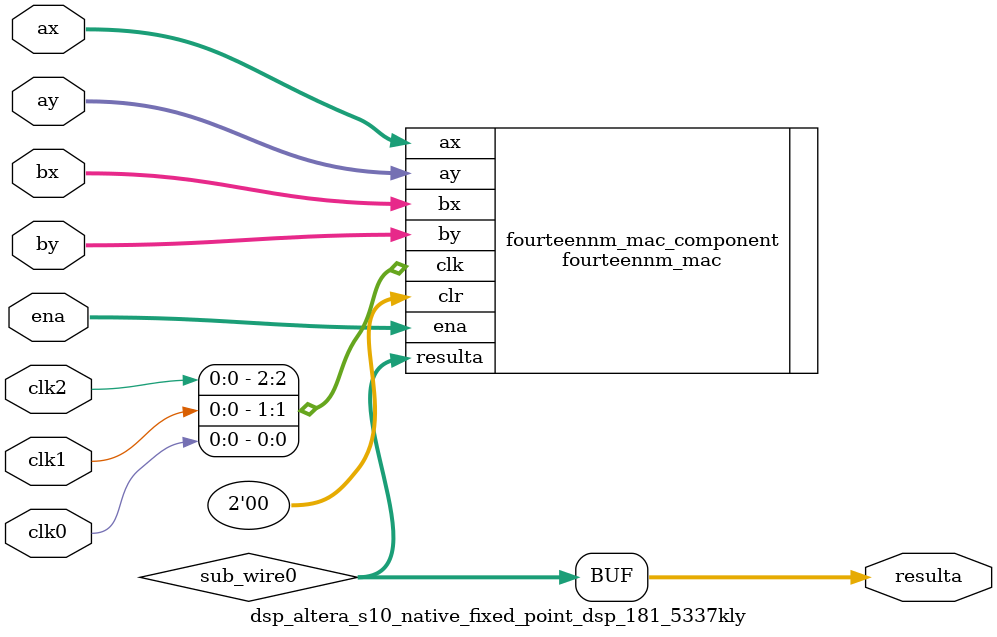
<source format=sv>
`timescale 1 ps / 1 ps
module  dsp_altera_s10_native_fixed_point_dsp_181_5337kly  (
            ax,
            ay,
            bx,
            by,
            ena,
            resulta,
            clk0,
            clk1,
            clk2);

            input [17:0] ax;
            input [17:0] ay;
            input [17:0] bx;
            input [17:0] by;
            input [2:0] ena;
            output [36:0] resulta;
            input  clk0;
            input  clk1;
            input  clk2;

            wire [36:0] sub_wire0;
            wire [36:0] resulta = sub_wire0[36:0];    

            fourteennm_mac        fourteennm_mac_component (
                                        .ax (ax),
                                        .ay (ay),
                                        .bx (bx),
                                        .by (by),
                                        .ena (ena),
                                        .clr (2'b00),
                                        .clk ({clk2,clk1,clk0}),
                                        .resulta (sub_wire0));
            defparam

					fourteennm_mac_component.ax_clock="0",
					fourteennm_mac_component.ay_scan_in_clock="0",
					fourteennm_mac_component.az_clock="none",
					fourteennm_mac_component.output_clock="0",
					fourteennm_mac_component.bx_clock="0",
					fourteennm_mac_component.accumulate_clock="none",
					fourteennm_mac_component.accum_pipeline_clock="none",
					fourteennm_mac_component.bz_clock="none",
					fourteennm_mac_component.by_clock="0",
					fourteennm_mac_component.coef_sel_a_clock="none",
					fourteennm_mac_component.coef_sel_b_clock="none",
					fourteennm_mac_component.sub_clock="none",
					fourteennm_mac_component.negate_clock="none",
					fourteennm_mac_component.accum_2nd_pipeline_clock="none",
					fourteennm_mac_component.load_const_clock="none",
					fourteennm_mac_component.load_const_pipeline_clock="none",
					fourteennm_mac_component.load_const_2nd_pipeline_clock="none",
					fourteennm_mac_component.input_pipeline_clock="0",
					fourteennm_mac_component.second_pipeline_clock="0",
					fourteennm_mac_component.input_systolic_clock="none",
					fourteennm_mac_component.preadder_subtract_a = "false", 
					fourteennm_mac_component.preadder_subtract_b = "false", 
					fourteennm_mac_component.delay_scan_out_ay = "false", 
					fourteennm_mac_component.delay_scan_out_by = "false", 
					fourteennm_mac_component.ay_use_scan_in = "false", 
					fourteennm_mac_component.by_use_scan_in = "false", 
					fourteennm_mac_component.operand_source_may = "input", 
					fourteennm_mac_component.operand_source_mby = "input", 
					fourteennm_mac_component.operand_source_max = "input", 
					fourteennm_mac_component.operand_source_mbx = "input", 
					fourteennm_mac_component.signed_max = "false", 
					fourteennm_mac_component.signed_may = "false", 
					fourteennm_mac_component.signed_mbx = "false", 
					fourteennm_mac_component.signed_mby = "false", 
					fourteennm_mac_component.use_chainadder = "false", 
					fourteennm_mac_component.enable_double_accum = "false", 
					fourteennm_mac_component.operation_mode = "m18x18_sumof2", 
					fourteennm_mac_component.clear_type = "none",
					fourteennm_mac_component.ax_width = 18,
					fourteennm_mac_component.bx_width = 18,
					fourteennm_mac_component.ay_scan_in_width = 18,
					fourteennm_mac_component.by_width = 18,
					fourteennm_mac_component.result_a_width = 37,
					fourteennm_mac_component.load_const_value = 0,
					fourteennm_mac_component.coef_a_0 = 0,
					fourteennm_mac_component.coef_a_1 = 0,
					fourteennm_mac_component.coef_a_2 = 0,
					fourteennm_mac_component.coef_a_3 = 0,
					fourteennm_mac_component.coef_a_4 = 0,
					fourteennm_mac_component.coef_a_5 = 0,
					fourteennm_mac_component.coef_a_6 = 0,
					fourteennm_mac_component.coef_a_7 = 0,
					fourteennm_mac_component.coef_b_0 = 0,
					fourteennm_mac_component.coef_b_1 = 0,
					fourteennm_mac_component.coef_b_2 = 0,
					fourteennm_mac_component.coef_b_3 = 0,
					fourteennm_mac_component.coef_b_4 = 0,
					fourteennm_mac_component.coef_b_5 = 0,
					fourteennm_mac_component.coef_b_6 = 0,
					fourteennm_mac_component.coef_b_7 = 0;

endmodule


</source>
